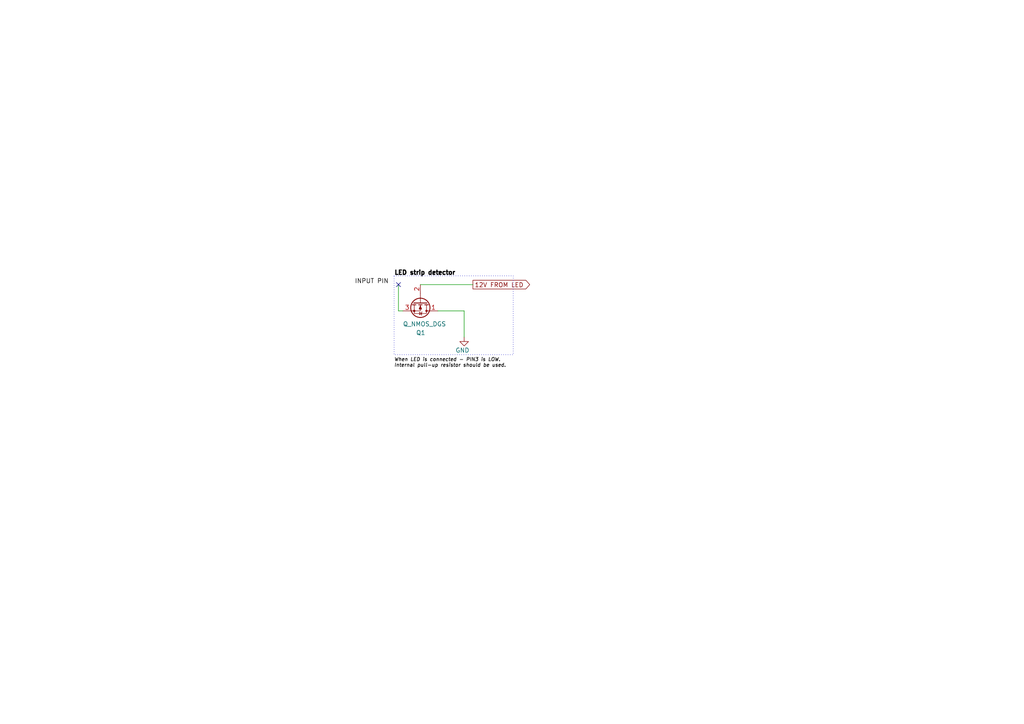
<source format=kicad_sch>
(kicad_sch (version 20230121) (generator eeschema)
  (paper "A4")
  (lib_symbols
    (symbol "Device:Q_NMOS_DGS" (pin_names (offset 0) hide)
      (property "Reference" "Q" (at 5.08 1.27 0))
      (property "Value" "Q_NMOS_DGS" (at 5.08 -1.27 0))
      (symbol "Q_NMOS_DGS_0_1"
        (polyline (pts (xy 0.254 0) (xy -2.54 0)))
        (polyline (pts (xy 0.254 1.905) (xy 0.254 -1.905)) (stroke (width 0.254)))
        (polyline (pts (xy 0.762 -1.27) (xy 0.762 -2.286)) (stroke (width 0.254)))
        (polyline (pts (xy 0.762 0.508) (xy 0.762 -0.508)) (stroke (width 0.254)))
        (polyline (pts (xy 0.762 2.286) (xy 0.762 1.27)) (stroke (width 0.254)))
        (polyline (pts (xy 2.54 2.54) (xy 2.54 1.778)))
        (polyline (pts (xy 2.54 -2.54) (xy 2.54 0) (xy 0.762 0)))
        (polyline (pts (xy 0.762 -1.778) (xy 3.302 -1.778) (xy 3.302 1.778) (xy 0.762 1.778)))
        (polyline (pts (xy 1.016 0) (xy 2.032 0.381) (xy 2.032 -0.381) (xy 1.016 0)) (fill (type outline)))
        (polyline (pts (xy 2.794 0.508) (xy 2.921 0.381) (xy 3.683 0.381) (xy 3.81 0.254)))
        (polyline (pts (xy 3.302 0.381) (xy 2.921 -0.254) (xy 3.683 -0.254) (xy 3.302 0.381)))
        (circle (center 1.651 0) (radius 2.794) (stroke (width 0.254)))
        (circle (center 2.54 -1.778) (radius 0.254) (fill (type outline)))
        (circle (center 2.54 1.778) (radius 0.254) (fill (type outline)))
      )
      (symbol "Q_NMOS_DGS_1_1"
        (pin passive line (at 2.54 5.08 270) (length 2.54) (name "D") (number "1"))
        (pin input line (at -5.08 0 0) (length 2.54) (name "G") (number "2"))
        (pin passive line (at 2.54 -5.08 90) (length 2.54) (name "S") (number "3"))
      )
    )
    (symbol "power:GND" (power) (pin_names (offset 0))
      (property "Value" "GND" (at 0 -3.81 0))
      (symbol "GND_0_1"
        (polyline (pts (xy 0 0) (xy 0 -1.27) (xy 1.27 -1.27) (xy 0 -2.54) (xy -1.27 -1.27) (xy 0 -1.27)))
      )
      (symbol "GND_1_1"
        (pin power_in line (at 0 0 270) (length 0) hide (name "GND") (number "1"))
      )
    )
  )
  (no_connect (at 115.57 82.55))
  (wire (pts (xy 134.62 90.17) (xy 134.62 97.79)))
  (wire (pts (xy 121.92 82.55) (xy 137.16 82.55)))
  (wire (pts (xy 115.57 90.17) (xy 116.84 90.17)))
  (wire (pts (xy 115.57 82.55) (xy 115.57 90.17)))
  (wire (pts (xy 134.62 90.17) (xy 127 90.17)))
  (rectangle (start 114.3 80.01) (end 148.844 102.87) (stroke (width 0) (type dot)))
  (text "When LED is connected - PIN3 is LOW.\nInternal pull-up resistor should be used." (at 114.3 106.68 0) (effects (font (size 1.016 1.016) italic) (justify left bottom)))
  (text "LED strip detector" (at 114.3 80.01 0) (effects (font (size 1.27 1.27) (thickness 0.4) bold) (justify left bottom)))
  (label "INPUT PIN" (at 102.87 82.55 0))
  (global_label "12V FROM LED" (shape output) (at 137.16 82.55 0) (property "Intersheetrefs" "${INTERSHEET_REFS}" (effects hide)))
  (symbol (lib_id "power:GND") (at 134.62 97.79 0) (unit 1)
    (property "Reference" "#PWR01" (effects hide))
    (property "Value" "GND" (at 132.08 101.6 0) (effects (justify left)))
  )
  (symbol (lib_id "Device:Q_NMOS_DGS") (at 121.92 87.63 270) (unit 1)
    (property "Reference" "Q1" (at 120.65 96.52 90) (effects (justify left)))
    (property "Value" "Q_NMOS_DGS" (at 116.84 93.98 90) (effects (justify left)))
  )
)
</source>
